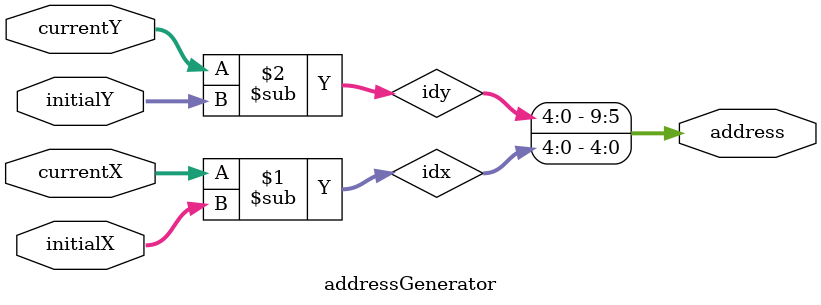
<source format=sv>
module addressGenerator(input [9:0] initialX, initialY, currentX, currentY, output logic [9:0] address);


    logic [9:0] idx, idy;
	
    assign idx = currentX - initialX;
	
    assign idy = currentY - initialY;
	
    assign address = {idy[4:0], idx[4:0]}; 
endmodule 
</source>
